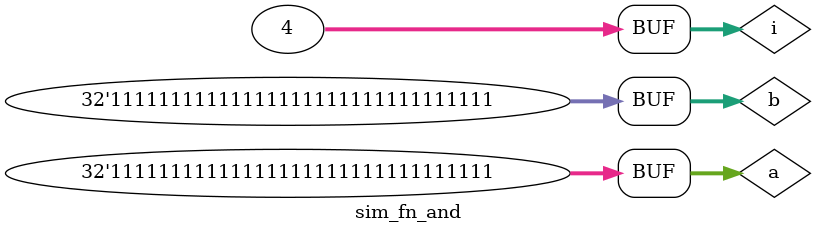
<source format=v>
`include "fn_and.v"
module sim_fn_and ;
    integer i;
    reg [31:0] a;
    reg [31:0] b;
    wire [31:0] Y;
    fn_and dut (
        .Y (Y),
        .a (a),
        .b (b)
    );

    initial begin
        $dumpfile("fn_and.vcd");
        $dumpvars(0);
        for (i=0;i<4;i = i + 1) begin
            a = {32{i[0]}}; // `{N{x}}` Repeite `N` veces `x`. `x[k]` selecciona el bit `k` del vector/entero `x`
            b = {32{i[1]}};
            #10;
        end
    end
endmodule

</source>
